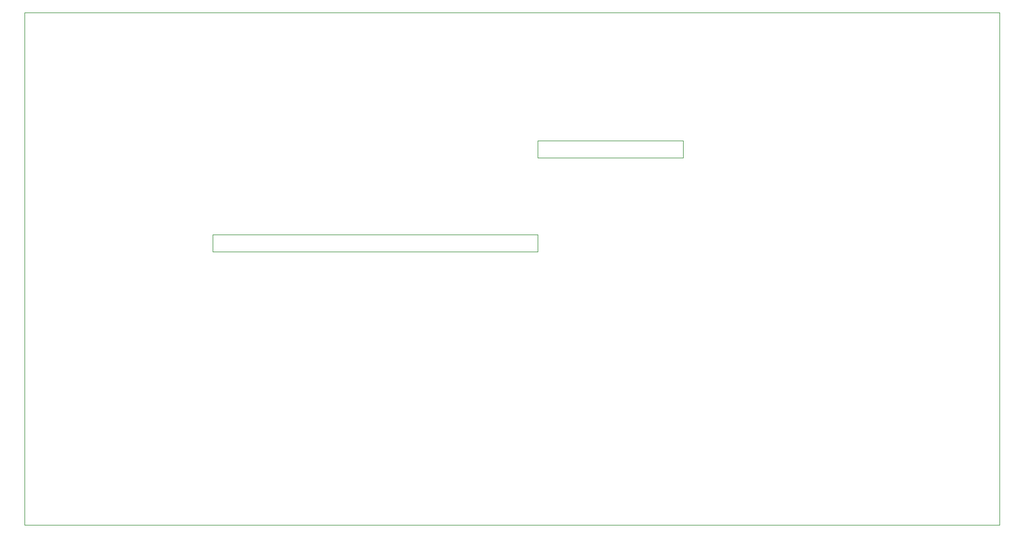
<source format=gbr>
%TF.GenerationSoftware,KiCad,Pcbnew,(5.1.6)-1*%
%TF.CreationDate,2021-09-18T17:58:05+02:00*%
%TF.ProjectId,hamodule,68616d6f-6475-46c6-952e-6b696361645f,rev?*%
%TF.SameCoordinates,Original*%
%TF.FileFunction,Profile,NP*%
%FSLAX46Y46*%
G04 Gerber Fmt 4.6, Leading zero omitted, Abs format (unit mm)*
G04 Created by KiCad (PCBNEW (5.1.6)-1) date 2021-09-18 17:58:05*
%MOMM*%
%LPD*%
G01*
G04 APERTURE LIST*
%TA.AperFunction,Profile*%
%ADD10C,0.100000*%
%TD*%
%TA.AperFunction,Profile*%
%ADD11C,0.050000*%
%TD*%
G04 APERTURE END LIST*
D10*
X119380000Y-30480000D02*
X119380000Y-33020000D01*
X97790000Y-30480000D02*
X119380000Y-30480000D01*
X97790000Y-33020000D02*
X97790000Y-30480000D01*
X119380000Y-33020000D02*
X97790000Y-33020000D01*
X97790000Y-44450000D02*
X97790000Y-46990000D01*
X49530000Y-44450000D02*
X97790000Y-44450000D01*
X49530000Y-46990000D02*
X49530000Y-44450000D01*
X97790000Y-46990000D02*
X49530000Y-46990000D01*
D11*
X21590000Y-87630000D02*
X21590000Y-11430000D01*
X166370000Y-11430000D02*
X21590000Y-11430000D01*
X166370000Y-87630000D02*
X21590000Y-87630000D01*
X166370000Y-87630000D02*
X166370000Y-11430000D01*
X21590000Y-16510000D02*
X21590000Y-83820000D01*
M02*

</source>
